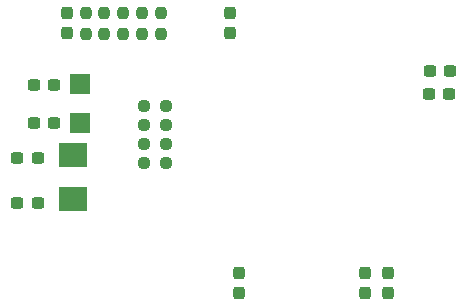
<source format=gbr>
%TF.GenerationSoftware,KiCad,Pcbnew,8.0.0*%
%TF.CreationDate,2024-11-20T18:06:17+03:00*%
%TF.ProjectId,box_side_suvenir_green,626f785f-7369-4646-955f-737576656e69,rev?*%
%TF.SameCoordinates,Original*%
%TF.FileFunction,Paste,Bot*%
%TF.FilePolarity,Positive*%
%FSLAX46Y46*%
G04 Gerber Fmt 4.6, Leading zero omitted, Abs format (unit mm)*
G04 Created by KiCad (PCBNEW 8.0.0) date 2024-11-20 18:06:17*
%MOMM*%
%LPD*%
G01*
G04 APERTURE LIST*
G04 Aperture macros list*
%AMRoundRect*
0 Rectangle with rounded corners*
0 $1 Rounding radius*
0 $2 $3 $4 $5 $6 $7 $8 $9 X,Y pos of 4 corners*
0 Add a 4 corners polygon primitive as box body*
4,1,4,$2,$3,$4,$5,$6,$7,$8,$9,$2,$3,0*
0 Add four circle primitives for the rounded corners*
1,1,$1+$1,$2,$3*
1,1,$1+$1,$4,$5*
1,1,$1+$1,$6,$7*
1,1,$1+$1,$8,$9*
0 Add four rect primitives between the rounded corners*
20,1,$1+$1,$2,$3,$4,$5,0*
20,1,$1+$1,$4,$5,$6,$7,0*
20,1,$1+$1,$6,$7,$8,$9,0*
20,1,$1+$1,$8,$9,$2,$3,0*%
G04 Aperture macros list end*
%ADD10RoundRect,0.237500X0.300000X0.237500X-0.300000X0.237500X-0.300000X-0.237500X0.300000X-0.237500X0*%
%ADD11RoundRect,0.237500X-0.250000X-0.237500X0.250000X-0.237500X0.250000X0.237500X-0.250000X0.237500X0*%
%ADD12RoundRect,0.237500X-0.300000X-0.237500X0.300000X-0.237500X0.300000X0.237500X-0.300000X0.237500X0*%
%ADD13R,2.400000X2.000000*%
%ADD14RoundRect,0.237500X0.237500X-0.250000X0.237500X0.250000X-0.237500X0.250000X-0.237500X-0.250000X0*%
%ADD15RoundRect,0.237500X0.237500X-0.300000X0.237500X0.300000X-0.237500X0.300000X-0.237500X-0.300000X0*%
%ADD16RoundRect,0.237500X-0.237500X0.300000X-0.237500X-0.300000X0.237500X-0.300000X0.237500X0.300000X0*%
%ADD17R,1.800000X1.750000*%
G04 APERTURE END LIST*
D10*
%TO.C,C5*%
X137162501Y-93800000D03*
X135437499Y-93800000D03*
%TD*%
D11*
%TO.C,SB9*%
X146187500Y-90400000D03*
X148012500Y-90400000D03*
%TD*%
D12*
%TO.C,C7*%
X170237499Y-84600000D03*
X171962501Y-84600000D03*
%TD*%
D13*
%TO.C,Y2*%
X140100000Y-89749999D03*
X140100000Y-93450001D03*
%TD*%
D10*
%TO.C,C1*%
X138562501Y-83800000D03*
X136837499Y-83800000D03*
%TD*%
D14*
%TO.C,SB11*%
X147600000Y-79512500D03*
X147600000Y-77687500D03*
%TD*%
D10*
%TO.C,C2*%
X138562501Y-87000000D03*
X136837499Y-87000000D03*
%TD*%
D11*
%TO.C,SB8*%
X146187500Y-88800000D03*
X148012500Y-88800000D03*
%TD*%
D15*
%TO.C,C13*%
X153400000Y-79462501D03*
X153400000Y-77737499D03*
%TD*%
D16*
%TO.C,C6*%
X164900000Y-99737499D03*
X164900000Y-101462501D03*
%TD*%
D14*
%TO.C,SB12*%
X146000000Y-79512500D03*
X146000000Y-77687500D03*
%TD*%
D10*
%TO.C,C4*%
X137162501Y-90000000D03*
X135437499Y-90000000D03*
%TD*%
D11*
%TO.C,SB6*%
X146187500Y-85600000D03*
X148012500Y-85600000D03*
%TD*%
D14*
%TO.C,SB15*%
X141200001Y-79512500D03*
X141200001Y-77687500D03*
%TD*%
%TO.C,SB14*%
X142799999Y-79512500D03*
X142799999Y-77687500D03*
%TD*%
D12*
%TO.C,C15*%
X170337499Y-82600000D03*
X172062501Y-82600000D03*
%TD*%
D16*
%TO.C,C17*%
X139600000Y-77737499D03*
X139600000Y-79462501D03*
%TD*%
D11*
%TO.C,SB7*%
X146187500Y-87200000D03*
X148012500Y-87200000D03*
%TD*%
D16*
%TO.C,C11*%
X166800000Y-99737499D03*
X166800000Y-101462501D03*
%TD*%
D17*
%TO.C,Y1*%
X140700000Y-83749998D03*
X140700000Y-87000000D03*
%TD*%
D14*
%TO.C,SB13*%
X144400000Y-79512500D03*
X144400000Y-77687500D03*
%TD*%
D16*
%TO.C,C9*%
X154200000Y-99737499D03*
X154200000Y-101462501D03*
%TD*%
M02*

</source>
